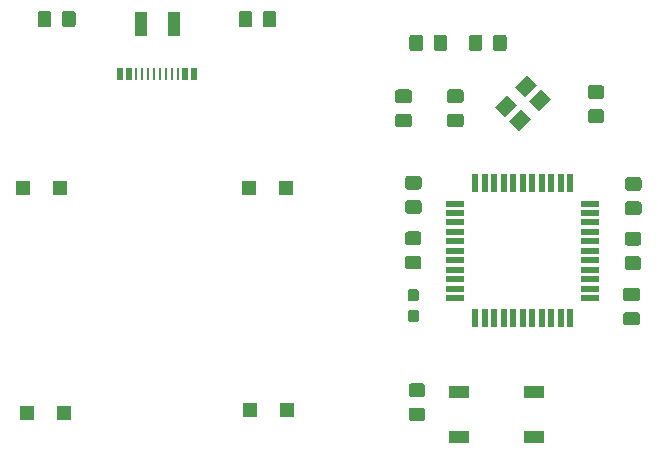
<source format=gbp>
G04 #@! TF.GenerationSoftware,KiCad,Pcbnew,(5.1.5)-3*
G04 #@! TF.CreationDate,2020-07-07T23:04:53+02:00*
G04 #@! TF.ProjectId,example,6578616d-706c-4652-9e6b-696361645f70,rev?*
G04 #@! TF.SameCoordinates,Original*
G04 #@! TF.FileFunction,Paste,Bot*
G04 #@! TF.FilePolarity,Positive*
%FSLAX46Y46*%
G04 Gerber Fmt 4.6, Leading zero omitted, Abs format (unit mm)*
G04 Created by KiCad (PCBNEW (5.1.5)-3) date 2020-07-07 23:04:53*
%MOMM*%
%LPD*%
G04 APERTURE LIST*
%ADD10R,1.700000X1.000000*%
%ADD11C,0.100000*%
%ADD12R,1.200000X1.200000*%
%ADD13R,1.500000X0.550000*%
%ADD14R,0.550000X1.500000*%
%ADD15R,0.520000X1.000000*%
%ADD16R,0.270000X1.000000*%
%ADD17R,1.000000X2.000000*%
G04 APERTURE END LIST*
D10*
X185100000Y-85400000D03*
X191400000Y-85400000D03*
X185100000Y-81600000D03*
X191400000Y-81600000D03*
D11*
G36*
X185226356Y-55949282D02*
G01*
X185250624Y-55952882D01*
X185274423Y-55958843D01*
X185297522Y-55967108D01*
X185319701Y-55977598D01*
X185340744Y-55990210D01*
X185360450Y-56004825D01*
X185378628Y-56021301D01*
X185395104Y-56039479D01*
X185409719Y-56059185D01*
X185422331Y-56080228D01*
X185432821Y-56102407D01*
X185441086Y-56125506D01*
X185447047Y-56149305D01*
X185450647Y-56173573D01*
X185451851Y-56198077D01*
X185451851Y-56848079D01*
X185450647Y-56872583D01*
X185447047Y-56896851D01*
X185441086Y-56920650D01*
X185432821Y-56943749D01*
X185422331Y-56965928D01*
X185409719Y-56986971D01*
X185395104Y-57006677D01*
X185378628Y-57024855D01*
X185360450Y-57041331D01*
X185340744Y-57055946D01*
X185319701Y-57068558D01*
X185297522Y-57079048D01*
X185274423Y-57087313D01*
X185250624Y-57093274D01*
X185226356Y-57096874D01*
X185201852Y-57098078D01*
X184301850Y-57098078D01*
X184277346Y-57096874D01*
X184253078Y-57093274D01*
X184229279Y-57087313D01*
X184206180Y-57079048D01*
X184184001Y-57068558D01*
X184162958Y-57055946D01*
X184143252Y-57041331D01*
X184125074Y-57024855D01*
X184108598Y-57006677D01*
X184093983Y-56986971D01*
X184081371Y-56965928D01*
X184070881Y-56943749D01*
X184062616Y-56920650D01*
X184056655Y-56896851D01*
X184053055Y-56872583D01*
X184051851Y-56848079D01*
X184051851Y-56198077D01*
X184053055Y-56173573D01*
X184056655Y-56149305D01*
X184062616Y-56125506D01*
X184070881Y-56102407D01*
X184081371Y-56080228D01*
X184093983Y-56059185D01*
X184108598Y-56039479D01*
X184125074Y-56021301D01*
X184143252Y-56004825D01*
X184162958Y-55990210D01*
X184184001Y-55977598D01*
X184206180Y-55967108D01*
X184229279Y-55958843D01*
X184253078Y-55952882D01*
X184277346Y-55949282D01*
X184301850Y-55948078D01*
X185201852Y-55948078D01*
X185226356Y-55949282D01*
G37*
G36*
X185226356Y-57999282D02*
G01*
X185250624Y-58002882D01*
X185274423Y-58008843D01*
X185297522Y-58017108D01*
X185319701Y-58027598D01*
X185340744Y-58040210D01*
X185360450Y-58054825D01*
X185378628Y-58071301D01*
X185395104Y-58089479D01*
X185409719Y-58109185D01*
X185422331Y-58130228D01*
X185432821Y-58152407D01*
X185441086Y-58175506D01*
X185447047Y-58199305D01*
X185450647Y-58223573D01*
X185451851Y-58248077D01*
X185451851Y-58898079D01*
X185450647Y-58922583D01*
X185447047Y-58946851D01*
X185441086Y-58970650D01*
X185432821Y-58993749D01*
X185422331Y-59015928D01*
X185409719Y-59036971D01*
X185395104Y-59056677D01*
X185378628Y-59074855D01*
X185360450Y-59091331D01*
X185340744Y-59105946D01*
X185319701Y-59118558D01*
X185297522Y-59129048D01*
X185274423Y-59137313D01*
X185250624Y-59143274D01*
X185226356Y-59146874D01*
X185201852Y-59148078D01*
X184301850Y-59148078D01*
X184277346Y-59146874D01*
X184253078Y-59143274D01*
X184229279Y-59137313D01*
X184206180Y-59129048D01*
X184184001Y-59118558D01*
X184162958Y-59105946D01*
X184143252Y-59091331D01*
X184125074Y-59074855D01*
X184108598Y-59056677D01*
X184093983Y-59036971D01*
X184081371Y-59015928D01*
X184070881Y-58993749D01*
X184062616Y-58970650D01*
X184056655Y-58946851D01*
X184053055Y-58922583D01*
X184051851Y-58898079D01*
X184051851Y-58248077D01*
X184053055Y-58223573D01*
X184056655Y-58199305D01*
X184062616Y-58175506D01*
X184070881Y-58152407D01*
X184081371Y-58130228D01*
X184093983Y-58109185D01*
X184108598Y-58089479D01*
X184125074Y-58071301D01*
X184143252Y-58054825D01*
X184162958Y-58040210D01*
X184184001Y-58027598D01*
X184206180Y-58017108D01*
X184229279Y-58008843D01*
X184253078Y-58002882D01*
X184277346Y-57999282D01*
X184301850Y-57998078D01*
X185201852Y-57998078D01*
X185226356Y-57999282D01*
G37*
G36*
X197126407Y-57648141D02*
G01*
X197150675Y-57651741D01*
X197174474Y-57657702D01*
X197197573Y-57665967D01*
X197219752Y-57676457D01*
X197240795Y-57689069D01*
X197260501Y-57703684D01*
X197278679Y-57720160D01*
X197295155Y-57738338D01*
X197309770Y-57758044D01*
X197322382Y-57779087D01*
X197332872Y-57801266D01*
X197341137Y-57824365D01*
X197347098Y-57848164D01*
X197350698Y-57872432D01*
X197351902Y-57896936D01*
X197351902Y-58546938D01*
X197350698Y-58571442D01*
X197347098Y-58595710D01*
X197341137Y-58619509D01*
X197332872Y-58642608D01*
X197322382Y-58664787D01*
X197309770Y-58685830D01*
X197295155Y-58705536D01*
X197278679Y-58723714D01*
X197260501Y-58740190D01*
X197240795Y-58754805D01*
X197219752Y-58767417D01*
X197197573Y-58777907D01*
X197174474Y-58786172D01*
X197150675Y-58792133D01*
X197126407Y-58795733D01*
X197101903Y-58796937D01*
X196201901Y-58796937D01*
X196177397Y-58795733D01*
X196153129Y-58792133D01*
X196129330Y-58786172D01*
X196106231Y-58777907D01*
X196084052Y-58767417D01*
X196063009Y-58754805D01*
X196043303Y-58740190D01*
X196025125Y-58723714D01*
X196008649Y-58705536D01*
X195994034Y-58685830D01*
X195981422Y-58664787D01*
X195970932Y-58642608D01*
X195962667Y-58619509D01*
X195956706Y-58595710D01*
X195953106Y-58571442D01*
X195951902Y-58546938D01*
X195951902Y-57896936D01*
X195953106Y-57872432D01*
X195956706Y-57848164D01*
X195962667Y-57824365D01*
X195970932Y-57801266D01*
X195981422Y-57779087D01*
X195994034Y-57758044D01*
X196008649Y-57738338D01*
X196025125Y-57720160D01*
X196043303Y-57703684D01*
X196063009Y-57689069D01*
X196084052Y-57676457D01*
X196106231Y-57665967D01*
X196129330Y-57657702D01*
X196153129Y-57651741D01*
X196177397Y-57648141D01*
X196201901Y-57646937D01*
X197101903Y-57646937D01*
X197126407Y-57648141D01*
G37*
G36*
X197126407Y-55598141D02*
G01*
X197150675Y-55601741D01*
X197174474Y-55607702D01*
X197197573Y-55615967D01*
X197219752Y-55626457D01*
X197240795Y-55639069D01*
X197260501Y-55653684D01*
X197278679Y-55670160D01*
X197295155Y-55688338D01*
X197309770Y-55708044D01*
X197322382Y-55729087D01*
X197332872Y-55751266D01*
X197341137Y-55774365D01*
X197347098Y-55798164D01*
X197350698Y-55822432D01*
X197351902Y-55846936D01*
X197351902Y-56496938D01*
X197350698Y-56521442D01*
X197347098Y-56545710D01*
X197341137Y-56569509D01*
X197332872Y-56592608D01*
X197322382Y-56614787D01*
X197309770Y-56635830D01*
X197295155Y-56655536D01*
X197278679Y-56673714D01*
X197260501Y-56690190D01*
X197240795Y-56704805D01*
X197219752Y-56717417D01*
X197197573Y-56727907D01*
X197174474Y-56736172D01*
X197150675Y-56742133D01*
X197126407Y-56745733D01*
X197101903Y-56746937D01*
X196201901Y-56746937D01*
X196177397Y-56745733D01*
X196153129Y-56742133D01*
X196129330Y-56736172D01*
X196106231Y-56727907D01*
X196084052Y-56717417D01*
X196063009Y-56704805D01*
X196043303Y-56690190D01*
X196025125Y-56673714D01*
X196008649Y-56655536D01*
X195994034Y-56635830D01*
X195981422Y-56614787D01*
X195970932Y-56592608D01*
X195962667Y-56569509D01*
X195956706Y-56545710D01*
X195953106Y-56521442D01*
X195951902Y-56496938D01*
X195951902Y-55846936D01*
X195953106Y-55822432D01*
X195956706Y-55798164D01*
X195962667Y-55774365D01*
X195970932Y-55751266D01*
X195981422Y-55729087D01*
X195994034Y-55708044D01*
X196008649Y-55688338D01*
X196025125Y-55670160D01*
X196043303Y-55653684D01*
X196063009Y-55639069D01*
X196084052Y-55626457D01*
X196106231Y-55615967D01*
X196129330Y-55607702D01*
X196153129Y-55601741D01*
X196177397Y-55598141D01*
X196201901Y-55596937D01*
X197101903Y-55596937D01*
X197126407Y-55598141D01*
G37*
G36*
X200141810Y-72731609D02*
G01*
X200166078Y-72735209D01*
X200189877Y-72741170D01*
X200212976Y-72749435D01*
X200235155Y-72759925D01*
X200256198Y-72772537D01*
X200275904Y-72787152D01*
X200294082Y-72803628D01*
X200310558Y-72821806D01*
X200325173Y-72841512D01*
X200337785Y-72862555D01*
X200348275Y-72884734D01*
X200356540Y-72907833D01*
X200362501Y-72931632D01*
X200366101Y-72955900D01*
X200367305Y-72980404D01*
X200367305Y-73630406D01*
X200366101Y-73654910D01*
X200362501Y-73679178D01*
X200356540Y-73702977D01*
X200348275Y-73726076D01*
X200337785Y-73748255D01*
X200325173Y-73769298D01*
X200310558Y-73789004D01*
X200294082Y-73807182D01*
X200275904Y-73823658D01*
X200256198Y-73838273D01*
X200235155Y-73850885D01*
X200212976Y-73861375D01*
X200189877Y-73869640D01*
X200166078Y-73875601D01*
X200141810Y-73879201D01*
X200117306Y-73880405D01*
X199217304Y-73880405D01*
X199192800Y-73879201D01*
X199168532Y-73875601D01*
X199144733Y-73869640D01*
X199121634Y-73861375D01*
X199099455Y-73850885D01*
X199078412Y-73838273D01*
X199058706Y-73823658D01*
X199040528Y-73807182D01*
X199024052Y-73789004D01*
X199009437Y-73769298D01*
X198996825Y-73748255D01*
X198986335Y-73726076D01*
X198978070Y-73702977D01*
X198972109Y-73679178D01*
X198968509Y-73654910D01*
X198967305Y-73630406D01*
X198967305Y-72980404D01*
X198968509Y-72955900D01*
X198972109Y-72931632D01*
X198978070Y-72907833D01*
X198986335Y-72884734D01*
X198996825Y-72862555D01*
X199009437Y-72841512D01*
X199024052Y-72821806D01*
X199040528Y-72803628D01*
X199058706Y-72787152D01*
X199078412Y-72772537D01*
X199099455Y-72759925D01*
X199121634Y-72749435D01*
X199144733Y-72741170D01*
X199168532Y-72735209D01*
X199192800Y-72731609D01*
X199217304Y-72730405D01*
X200117306Y-72730405D01*
X200141810Y-72731609D01*
G37*
G36*
X200141810Y-74781609D02*
G01*
X200166078Y-74785209D01*
X200189877Y-74791170D01*
X200212976Y-74799435D01*
X200235155Y-74809925D01*
X200256198Y-74822537D01*
X200275904Y-74837152D01*
X200294082Y-74853628D01*
X200310558Y-74871806D01*
X200325173Y-74891512D01*
X200337785Y-74912555D01*
X200348275Y-74934734D01*
X200356540Y-74957833D01*
X200362501Y-74981632D01*
X200366101Y-75005900D01*
X200367305Y-75030404D01*
X200367305Y-75680406D01*
X200366101Y-75704910D01*
X200362501Y-75729178D01*
X200356540Y-75752977D01*
X200348275Y-75776076D01*
X200337785Y-75798255D01*
X200325173Y-75819298D01*
X200310558Y-75839004D01*
X200294082Y-75857182D01*
X200275904Y-75873658D01*
X200256198Y-75888273D01*
X200235155Y-75900885D01*
X200212976Y-75911375D01*
X200189877Y-75919640D01*
X200166078Y-75925601D01*
X200141810Y-75929201D01*
X200117306Y-75930405D01*
X199217304Y-75930405D01*
X199192800Y-75929201D01*
X199168532Y-75925601D01*
X199144733Y-75919640D01*
X199121634Y-75911375D01*
X199099455Y-75900885D01*
X199078412Y-75888273D01*
X199058706Y-75873658D01*
X199040528Y-75857182D01*
X199024052Y-75839004D01*
X199009437Y-75819298D01*
X198996825Y-75798255D01*
X198986335Y-75776076D01*
X198978070Y-75752977D01*
X198972109Y-75729178D01*
X198968509Y-75704910D01*
X198967305Y-75680406D01*
X198967305Y-75030404D01*
X198968509Y-75005900D01*
X198972109Y-74981632D01*
X198978070Y-74957833D01*
X198986335Y-74934734D01*
X198996825Y-74912555D01*
X199009437Y-74891512D01*
X199024052Y-74871806D01*
X199040528Y-74853628D01*
X199058706Y-74837152D01*
X199078412Y-74822537D01*
X199099455Y-74809925D01*
X199121634Y-74799435D01*
X199144733Y-74791170D01*
X199168532Y-74785209D01*
X199192800Y-74781609D01*
X199217304Y-74780405D01*
X200117306Y-74780405D01*
X200141810Y-74781609D01*
G37*
G36*
X200290111Y-65424596D02*
G01*
X200314379Y-65428196D01*
X200338178Y-65434157D01*
X200361277Y-65442422D01*
X200383456Y-65452912D01*
X200404499Y-65465524D01*
X200424205Y-65480139D01*
X200442383Y-65496615D01*
X200458859Y-65514793D01*
X200473474Y-65534499D01*
X200486086Y-65555542D01*
X200496576Y-65577721D01*
X200504841Y-65600820D01*
X200510802Y-65624619D01*
X200514402Y-65648887D01*
X200515606Y-65673391D01*
X200515606Y-66323393D01*
X200514402Y-66347897D01*
X200510802Y-66372165D01*
X200504841Y-66395964D01*
X200496576Y-66419063D01*
X200486086Y-66441242D01*
X200473474Y-66462285D01*
X200458859Y-66481991D01*
X200442383Y-66500169D01*
X200424205Y-66516645D01*
X200404499Y-66531260D01*
X200383456Y-66543872D01*
X200361277Y-66554362D01*
X200338178Y-66562627D01*
X200314379Y-66568588D01*
X200290111Y-66572188D01*
X200265607Y-66573392D01*
X199365605Y-66573392D01*
X199341101Y-66572188D01*
X199316833Y-66568588D01*
X199293034Y-66562627D01*
X199269935Y-66554362D01*
X199247756Y-66543872D01*
X199226713Y-66531260D01*
X199207007Y-66516645D01*
X199188829Y-66500169D01*
X199172353Y-66481991D01*
X199157738Y-66462285D01*
X199145126Y-66441242D01*
X199134636Y-66419063D01*
X199126371Y-66395964D01*
X199120410Y-66372165D01*
X199116810Y-66347897D01*
X199115606Y-66323393D01*
X199115606Y-65673391D01*
X199116810Y-65648887D01*
X199120410Y-65624619D01*
X199126371Y-65600820D01*
X199134636Y-65577721D01*
X199145126Y-65555542D01*
X199157738Y-65534499D01*
X199172353Y-65514793D01*
X199188829Y-65496615D01*
X199207007Y-65480139D01*
X199226713Y-65465524D01*
X199247756Y-65452912D01*
X199269935Y-65442422D01*
X199293034Y-65434157D01*
X199316833Y-65428196D01*
X199341101Y-65424596D01*
X199365605Y-65423392D01*
X200265607Y-65423392D01*
X200290111Y-65424596D01*
G37*
G36*
X200290111Y-63374596D02*
G01*
X200314379Y-63378196D01*
X200338178Y-63384157D01*
X200361277Y-63392422D01*
X200383456Y-63402912D01*
X200404499Y-63415524D01*
X200424205Y-63430139D01*
X200442383Y-63446615D01*
X200458859Y-63464793D01*
X200473474Y-63484499D01*
X200486086Y-63505542D01*
X200496576Y-63527721D01*
X200504841Y-63550820D01*
X200510802Y-63574619D01*
X200514402Y-63598887D01*
X200515606Y-63623391D01*
X200515606Y-64273393D01*
X200514402Y-64297897D01*
X200510802Y-64322165D01*
X200504841Y-64345964D01*
X200496576Y-64369063D01*
X200486086Y-64391242D01*
X200473474Y-64412285D01*
X200458859Y-64431991D01*
X200442383Y-64450169D01*
X200424205Y-64466645D01*
X200404499Y-64481260D01*
X200383456Y-64493872D01*
X200361277Y-64504362D01*
X200338178Y-64512627D01*
X200314379Y-64518588D01*
X200290111Y-64522188D01*
X200265607Y-64523392D01*
X199365605Y-64523392D01*
X199341101Y-64522188D01*
X199316833Y-64518588D01*
X199293034Y-64512627D01*
X199269935Y-64504362D01*
X199247756Y-64493872D01*
X199226713Y-64481260D01*
X199207007Y-64466645D01*
X199188829Y-64450169D01*
X199172353Y-64431991D01*
X199157738Y-64412285D01*
X199145126Y-64391242D01*
X199134636Y-64369063D01*
X199126371Y-64345964D01*
X199120410Y-64322165D01*
X199116810Y-64297897D01*
X199115606Y-64273393D01*
X199115606Y-63623391D01*
X199116810Y-63598887D01*
X199120410Y-63574619D01*
X199126371Y-63550820D01*
X199134636Y-63527721D01*
X199145126Y-63505542D01*
X199157738Y-63484499D01*
X199172353Y-63464793D01*
X199188829Y-63446615D01*
X199207007Y-63430139D01*
X199226713Y-63415524D01*
X199247756Y-63402912D01*
X199269935Y-63392422D01*
X199293034Y-63384157D01*
X199316833Y-63378196D01*
X199341101Y-63374596D01*
X199365605Y-63373392D01*
X200265607Y-63373392D01*
X200290111Y-63374596D01*
G37*
G36*
X181667002Y-65327816D02*
G01*
X181691270Y-65331416D01*
X181715069Y-65337377D01*
X181738168Y-65345642D01*
X181760347Y-65356132D01*
X181781390Y-65368744D01*
X181801096Y-65383359D01*
X181819274Y-65399835D01*
X181835750Y-65418013D01*
X181850365Y-65437719D01*
X181862977Y-65458762D01*
X181873467Y-65480941D01*
X181881732Y-65504040D01*
X181887693Y-65527839D01*
X181891293Y-65552107D01*
X181892497Y-65576611D01*
X181892497Y-66226613D01*
X181891293Y-66251117D01*
X181887693Y-66275385D01*
X181881732Y-66299184D01*
X181873467Y-66322283D01*
X181862977Y-66344462D01*
X181850365Y-66365505D01*
X181835750Y-66385211D01*
X181819274Y-66403389D01*
X181801096Y-66419865D01*
X181781390Y-66434480D01*
X181760347Y-66447092D01*
X181738168Y-66457582D01*
X181715069Y-66465847D01*
X181691270Y-66471808D01*
X181667002Y-66475408D01*
X181642498Y-66476612D01*
X180742496Y-66476612D01*
X180717992Y-66475408D01*
X180693724Y-66471808D01*
X180669925Y-66465847D01*
X180646826Y-66457582D01*
X180624647Y-66447092D01*
X180603604Y-66434480D01*
X180583898Y-66419865D01*
X180565720Y-66403389D01*
X180549244Y-66385211D01*
X180534629Y-66365505D01*
X180522017Y-66344462D01*
X180511527Y-66322283D01*
X180503262Y-66299184D01*
X180497301Y-66275385D01*
X180493701Y-66251117D01*
X180492497Y-66226613D01*
X180492497Y-65576611D01*
X180493701Y-65552107D01*
X180497301Y-65527839D01*
X180503262Y-65504040D01*
X180511527Y-65480941D01*
X180522017Y-65458762D01*
X180534629Y-65437719D01*
X180549244Y-65418013D01*
X180565720Y-65399835D01*
X180583898Y-65383359D01*
X180603604Y-65368744D01*
X180624647Y-65356132D01*
X180646826Y-65345642D01*
X180669925Y-65337377D01*
X180693724Y-65331416D01*
X180717992Y-65327816D01*
X180742496Y-65326612D01*
X181642498Y-65326612D01*
X181667002Y-65327816D01*
G37*
G36*
X181667002Y-63277816D02*
G01*
X181691270Y-63281416D01*
X181715069Y-63287377D01*
X181738168Y-63295642D01*
X181760347Y-63306132D01*
X181781390Y-63318744D01*
X181801096Y-63333359D01*
X181819274Y-63349835D01*
X181835750Y-63368013D01*
X181850365Y-63387719D01*
X181862977Y-63408762D01*
X181873467Y-63430941D01*
X181881732Y-63454040D01*
X181887693Y-63477839D01*
X181891293Y-63502107D01*
X181892497Y-63526611D01*
X181892497Y-64176613D01*
X181891293Y-64201117D01*
X181887693Y-64225385D01*
X181881732Y-64249184D01*
X181873467Y-64272283D01*
X181862977Y-64294462D01*
X181850365Y-64315505D01*
X181835750Y-64335211D01*
X181819274Y-64353389D01*
X181801096Y-64369865D01*
X181781390Y-64384480D01*
X181760347Y-64397092D01*
X181738168Y-64407582D01*
X181715069Y-64415847D01*
X181691270Y-64421808D01*
X181667002Y-64425408D01*
X181642498Y-64426612D01*
X180742496Y-64426612D01*
X180717992Y-64425408D01*
X180693724Y-64421808D01*
X180669925Y-64415847D01*
X180646826Y-64407582D01*
X180624647Y-64397092D01*
X180603604Y-64384480D01*
X180583898Y-64369865D01*
X180565720Y-64353389D01*
X180549244Y-64335211D01*
X180534629Y-64315505D01*
X180522017Y-64294462D01*
X180511527Y-64272283D01*
X180503262Y-64249184D01*
X180497301Y-64225385D01*
X180493701Y-64201117D01*
X180492497Y-64176613D01*
X180492497Y-63526611D01*
X180493701Y-63502107D01*
X180497301Y-63477839D01*
X180503262Y-63454040D01*
X180511527Y-63430941D01*
X180522017Y-63408762D01*
X180534629Y-63387719D01*
X180549244Y-63368013D01*
X180565720Y-63349835D01*
X180583898Y-63333359D01*
X180603604Y-63318744D01*
X180624647Y-63306132D01*
X180646826Y-63295642D01*
X180669925Y-63287377D01*
X180693724Y-63281416D01*
X180717992Y-63277816D01*
X180742496Y-63276612D01*
X181642498Y-63276612D01*
X181667002Y-63277816D01*
G37*
G36*
X180836513Y-55955616D02*
G01*
X180860781Y-55959216D01*
X180884580Y-55965177D01*
X180907679Y-55973442D01*
X180929858Y-55983932D01*
X180950901Y-55996544D01*
X180970607Y-56011159D01*
X180988785Y-56027635D01*
X181005261Y-56045813D01*
X181019876Y-56065519D01*
X181032488Y-56086562D01*
X181042978Y-56108741D01*
X181051243Y-56131840D01*
X181057204Y-56155639D01*
X181060804Y-56179907D01*
X181062008Y-56204411D01*
X181062008Y-56854413D01*
X181060804Y-56878917D01*
X181057204Y-56903185D01*
X181051243Y-56926984D01*
X181042978Y-56950083D01*
X181032488Y-56972262D01*
X181019876Y-56993305D01*
X181005261Y-57013011D01*
X180988785Y-57031189D01*
X180970607Y-57047665D01*
X180950901Y-57062280D01*
X180929858Y-57074892D01*
X180907679Y-57085382D01*
X180884580Y-57093647D01*
X180860781Y-57099608D01*
X180836513Y-57103208D01*
X180812009Y-57104412D01*
X179912007Y-57104412D01*
X179887503Y-57103208D01*
X179863235Y-57099608D01*
X179839436Y-57093647D01*
X179816337Y-57085382D01*
X179794158Y-57074892D01*
X179773115Y-57062280D01*
X179753409Y-57047665D01*
X179735231Y-57031189D01*
X179718755Y-57013011D01*
X179704140Y-56993305D01*
X179691528Y-56972262D01*
X179681038Y-56950083D01*
X179672773Y-56926984D01*
X179666812Y-56903185D01*
X179663212Y-56878917D01*
X179662008Y-56854413D01*
X179662008Y-56204411D01*
X179663212Y-56179907D01*
X179666812Y-56155639D01*
X179672773Y-56131840D01*
X179681038Y-56108741D01*
X179691528Y-56086562D01*
X179704140Y-56065519D01*
X179718755Y-56045813D01*
X179735231Y-56027635D01*
X179753409Y-56011159D01*
X179773115Y-55996544D01*
X179794158Y-55983932D01*
X179816337Y-55973442D01*
X179839436Y-55965177D01*
X179863235Y-55959216D01*
X179887503Y-55955616D01*
X179912007Y-55954412D01*
X180812009Y-55954412D01*
X180836513Y-55955616D01*
G37*
G36*
X180836513Y-58005616D02*
G01*
X180860781Y-58009216D01*
X180884580Y-58015177D01*
X180907679Y-58023442D01*
X180929858Y-58033932D01*
X180950901Y-58046544D01*
X180970607Y-58061159D01*
X180988785Y-58077635D01*
X181005261Y-58095813D01*
X181019876Y-58115519D01*
X181032488Y-58136562D01*
X181042978Y-58158741D01*
X181051243Y-58181840D01*
X181057204Y-58205639D01*
X181060804Y-58229907D01*
X181062008Y-58254411D01*
X181062008Y-58904413D01*
X181060804Y-58928917D01*
X181057204Y-58953185D01*
X181051243Y-58976984D01*
X181042978Y-59000083D01*
X181032488Y-59022262D01*
X181019876Y-59043305D01*
X181005261Y-59063011D01*
X180988785Y-59081189D01*
X180970607Y-59097665D01*
X180950901Y-59112280D01*
X180929858Y-59124892D01*
X180907679Y-59135382D01*
X180884580Y-59143647D01*
X180860781Y-59149608D01*
X180836513Y-59153208D01*
X180812009Y-59154412D01*
X179912007Y-59154412D01*
X179887503Y-59153208D01*
X179863235Y-59149608D01*
X179839436Y-59143647D01*
X179816337Y-59135382D01*
X179794158Y-59124892D01*
X179773115Y-59112280D01*
X179753409Y-59097665D01*
X179735231Y-59081189D01*
X179718755Y-59063011D01*
X179704140Y-59043305D01*
X179691528Y-59022262D01*
X179681038Y-59000083D01*
X179672773Y-58976984D01*
X179666812Y-58953185D01*
X179663212Y-58928917D01*
X179662008Y-58904413D01*
X179662008Y-58254411D01*
X179663212Y-58229907D01*
X179666812Y-58205639D01*
X179672773Y-58181840D01*
X179681038Y-58158741D01*
X179691528Y-58136562D01*
X179704140Y-58115519D01*
X179718755Y-58095813D01*
X179735231Y-58077635D01*
X179753409Y-58061159D01*
X179773115Y-58046544D01*
X179794158Y-58033932D01*
X179816337Y-58023442D01*
X179839436Y-58015177D01*
X179863235Y-58009216D01*
X179887503Y-58005616D01*
X179912007Y-58004412D01*
X180812009Y-58004412D01*
X180836513Y-58005616D01*
G37*
G36*
X181652434Y-67977966D02*
G01*
X181676702Y-67981566D01*
X181700501Y-67987527D01*
X181723600Y-67995792D01*
X181745779Y-68006282D01*
X181766822Y-68018894D01*
X181786528Y-68033509D01*
X181804706Y-68049985D01*
X181821182Y-68068163D01*
X181835797Y-68087869D01*
X181848409Y-68108912D01*
X181858899Y-68131091D01*
X181867164Y-68154190D01*
X181873125Y-68177989D01*
X181876725Y-68202257D01*
X181877929Y-68226761D01*
X181877929Y-68876763D01*
X181876725Y-68901267D01*
X181873125Y-68925535D01*
X181867164Y-68949334D01*
X181858899Y-68972433D01*
X181848409Y-68994612D01*
X181835797Y-69015655D01*
X181821182Y-69035361D01*
X181804706Y-69053539D01*
X181786528Y-69070015D01*
X181766822Y-69084630D01*
X181745779Y-69097242D01*
X181723600Y-69107732D01*
X181700501Y-69115997D01*
X181676702Y-69121958D01*
X181652434Y-69125558D01*
X181627930Y-69126762D01*
X180727928Y-69126762D01*
X180703424Y-69125558D01*
X180679156Y-69121958D01*
X180655357Y-69115997D01*
X180632258Y-69107732D01*
X180610079Y-69097242D01*
X180589036Y-69084630D01*
X180569330Y-69070015D01*
X180551152Y-69053539D01*
X180534676Y-69035361D01*
X180520061Y-69015655D01*
X180507449Y-68994612D01*
X180496959Y-68972433D01*
X180488694Y-68949334D01*
X180482733Y-68925535D01*
X180479133Y-68901267D01*
X180477929Y-68876763D01*
X180477929Y-68226761D01*
X180479133Y-68202257D01*
X180482733Y-68177989D01*
X180488694Y-68154190D01*
X180496959Y-68131091D01*
X180507449Y-68108912D01*
X180520061Y-68087869D01*
X180534676Y-68068163D01*
X180551152Y-68049985D01*
X180569330Y-68033509D01*
X180589036Y-68018894D01*
X180610079Y-68006282D01*
X180632258Y-67995792D01*
X180655357Y-67987527D01*
X180679156Y-67981566D01*
X180703424Y-67977966D01*
X180727928Y-67976762D01*
X181627930Y-67976762D01*
X181652434Y-67977966D01*
G37*
G36*
X181652434Y-70027966D02*
G01*
X181676702Y-70031566D01*
X181700501Y-70037527D01*
X181723600Y-70045792D01*
X181745779Y-70056282D01*
X181766822Y-70068894D01*
X181786528Y-70083509D01*
X181804706Y-70099985D01*
X181821182Y-70118163D01*
X181835797Y-70137869D01*
X181848409Y-70158912D01*
X181858899Y-70181091D01*
X181867164Y-70204190D01*
X181873125Y-70227989D01*
X181876725Y-70252257D01*
X181877929Y-70276761D01*
X181877929Y-70926763D01*
X181876725Y-70951267D01*
X181873125Y-70975535D01*
X181867164Y-70999334D01*
X181858899Y-71022433D01*
X181848409Y-71044612D01*
X181835797Y-71065655D01*
X181821182Y-71085361D01*
X181804706Y-71103539D01*
X181786528Y-71120015D01*
X181766822Y-71134630D01*
X181745779Y-71147242D01*
X181723600Y-71157732D01*
X181700501Y-71165997D01*
X181676702Y-71171958D01*
X181652434Y-71175558D01*
X181627930Y-71176762D01*
X180727928Y-71176762D01*
X180703424Y-71175558D01*
X180679156Y-71171958D01*
X180655357Y-71165997D01*
X180632258Y-71157732D01*
X180610079Y-71147242D01*
X180589036Y-71134630D01*
X180569330Y-71120015D01*
X180551152Y-71103539D01*
X180534676Y-71085361D01*
X180520061Y-71065655D01*
X180507449Y-71044612D01*
X180496959Y-71022433D01*
X180488694Y-70999334D01*
X180482733Y-70975535D01*
X180479133Y-70951267D01*
X180477929Y-70926763D01*
X180477929Y-70276761D01*
X180479133Y-70252257D01*
X180482733Y-70227989D01*
X180488694Y-70204190D01*
X180496959Y-70181091D01*
X180507449Y-70158912D01*
X180520061Y-70137869D01*
X180534676Y-70118163D01*
X180551152Y-70099985D01*
X180569330Y-70083509D01*
X180589036Y-70068894D01*
X180610079Y-70056282D01*
X180632258Y-70045792D01*
X180655357Y-70037527D01*
X180679156Y-70031566D01*
X180703424Y-70027966D01*
X180727928Y-70026762D01*
X181627930Y-70026762D01*
X181652434Y-70027966D01*
G37*
D12*
X148125000Y-64293750D03*
X151275000Y-64293750D03*
X151593750Y-83343750D03*
X148443750Y-83343750D03*
X170433501Y-64334521D03*
X167283501Y-64334521D03*
X167359483Y-83113504D03*
X170509483Y-83113504D03*
D11*
G36*
X181965683Y-80831572D02*
G01*
X181989951Y-80835172D01*
X182013750Y-80841133D01*
X182036849Y-80849398D01*
X182059028Y-80859888D01*
X182080071Y-80872500D01*
X182099777Y-80887115D01*
X182117955Y-80903591D01*
X182134431Y-80921769D01*
X182149046Y-80941475D01*
X182161658Y-80962518D01*
X182172148Y-80984697D01*
X182180413Y-81007796D01*
X182186374Y-81031595D01*
X182189974Y-81055863D01*
X182191178Y-81080367D01*
X182191178Y-81730369D01*
X182189974Y-81754873D01*
X182186374Y-81779141D01*
X182180413Y-81802940D01*
X182172148Y-81826039D01*
X182161658Y-81848218D01*
X182149046Y-81869261D01*
X182134431Y-81888967D01*
X182117955Y-81907145D01*
X182099777Y-81923621D01*
X182080071Y-81938236D01*
X182059028Y-81950848D01*
X182036849Y-81961338D01*
X182013750Y-81969603D01*
X181989951Y-81975564D01*
X181965683Y-81979164D01*
X181941179Y-81980368D01*
X181041177Y-81980368D01*
X181016673Y-81979164D01*
X180992405Y-81975564D01*
X180968606Y-81969603D01*
X180945507Y-81961338D01*
X180923328Y-81950848D01*
X180902285Y-81938236D01*
X180882579Y-81923621D01*
X180864401Y-81907145D01*
X180847925Y-81888967D01*
X180833310Y-81869261D01*
X180820698Y-81848218D01*
X180810208Y-81826039D01*
X180801943Y-81802940D01*
X180795982Y-81779141D01*
X180792382Y-81754873D01*
X180791178Y-81730369D01*
X180791178Y-81080367D01*
X180792382Y-81055863D01*
X180795982Y-81031595D01*
X180801943Y-81007796D01*
X180810208Y-80984697D01*
X180820698Y-80962518D01*
X180833310Y-80941475D01*
X180847925Y-80921769D01*
X180864401Y-80903591D01*
X180882579Y-80887115D01*
X180902285Y-80872500D01*
X180923328Y-80859888D01*
X180945507Y-80849398D01*
X180968606Y-80841133D01*
X180992405Y-80835172D01*
X181016673Y-80831572D01*
X181041177Y-80830368D01*
X181941179Y-80830368D01*
X181965683Y-80831572D01*
G37*
G36*
X181965683Y-82881572D02*
G01*
X181989951Y-82885172D01*
X182013750Y-82891133D01*
X182036849Y-82899398D01*
X182059028Y-82909888D01*
X182080071Y-82922500D01*
X182099777Y-82937115D01*
X182117955Y-82953591D01*
X182134431Y-82971769D01*
X182149046Y-82991475D01*
X182161658Y-83012518D01*
X182172148Y-83034697D01*
X182180413Y-83057796D01*
X182186374Y-83081595D01*
X182189974Y-83105863D01*
X182191178Y-83130367D01*
X182191178Y-83780369D01*
X182189974Y-83804873D01*
X182186374Y-83829141D01*
X182180413Y-83852940D01*
X182172148Y-83876039D01*
X182161658Y-83898218D01*
X182149046Y-83919261D01*
X182134431Y-83938967D01*
X182117955Y-83957145D01*
X182099777Y-83973621D01*
X182080071Y-83988236D01*
X182059028Y-84000848D01*
X182036849Y-84011338D01*
X182013750Y-84019603D01*
X181989951Y-84025564D01*
X181965683Y-84029164D01*
X181941179Y-84030368D01*
X181041177Y-84030368D01*
X181016673Y-84029164D01*
X180992405Y-84025564D01*
X180968606Y-84019603D01*
X180945507Y-84011338D01*
X180923328Y-84000848D01*
X180902285Y-83988236D01*
X180882579Y-83973621D01*
X180864401Y-83957145D01*
X180847925Y-83938967D01*
X180833310Y-83919261D01*
X180820698Y-83898218D01*
X180810208Y-83876039D01*
X180801943Y-83852940D01*
X180795982Y-83829141D01*
X180792382Y-83804873D01*
X180791178Y-83780369D01*
X180791178Y-83130367D01*
X180792382Y-83105863D01*
X180795982Y-83081595D01*
X180801943Y-83057796D01*
X180810208Y-83034697D01*
X180820698Y-83012518D01*
X180833310Y-82991475D01*
X180847925Y-82971769D01*
X180864401Y-82953591D01*
X180882579Y-82937115D01*
X180902285Y-82922500D01*
X180923328Y-82909888D01*
X180945507Y-82899398D01*
X180968606Y-82891133D01*
X180992405Y-82885172D01*
X181016673Y-82881572D01*
X181041177Y-82880368D01*
X181941179Y-82880368D01*
X181965683Y-82881572D01*
G37*
G36*
X200256384Y-68021825D02*
G01*
X200280652Y-68025425D01*
X200304451Y-68031386D01*
X200327550Y-68039651D01*
X200349729Y-68050141D01*
X200370772Y-68062753D01*
X200390478Y-68077368D01*
X200408656Y-68093844D01*
X200425132Y-68112022D01*
X200439747Y-68131728D01*
X200452359Y-68152771D01*
X200462849Y-68174950D01*
X200471114Y-68198049D01*
X200477075Y-68221848D01*
X200480675Y-68246116D01*
X200481879Y-68270620D01*
X200481879Y-68920622D01*
X200480675Y-68945126D01*
X200477075Y-68969394D01*
X200471114Y-68993193D01*
X200462849Y-69016292D01*
X200452359Y-69038471D01*
X200439747Y-69059514D01*
X200425132Y-69079220D01*
X200408656Y-69097398D01*
X200390478Y-69113874D01*
X200370772Y-69128489D01*
X200349729Y-69141101D01*
X200327550Y-69151591D01*
X200304451Y-69159856D01*
X200280652Y-69165817D01*
X200256384Y-69169417D01*
X200231880Y-69170621D01*
X199331878Y-69170621D01*
X199307374Y-69169417D01*
X199283106Y-69165817D01*
X199259307Y-69159856D01*
X199236208Y-69151591D01*
X199214029Y-69141101D01*
X199192986Y-69128489D01*
X199173280Y-69113874D01*
X199155102Y-69097398D01*
X199138626Y-69079220D01*
X199124011Y-69059514D01*
X199111399Y-69038471D01*
X199100909Y-69016292D01*
X199092644Y-68993193D01*
X199086683Y-68969394D01*
X199083083Y-68945126D01*
X199081879Y-68920622D01*
X199081879Y-68270620D01*
X199083083Y-68246116D01*
X199086683Y-68221848D01*
X199092644Y-68198049D01*
X199100909Y-68174950D01*
X199111399Y-68152771D01*
X199124011Y-68131728D01*
X199138626Y-68112022D01*
X199155102Y-68093844D01*
X199173280Y-68077368D01*
X199192986Y-68062753D01*
X199214029Y-68050141D01*
X199236208Y-68039651D01*
X199259307Y-68031386D01*
X199283106Y-68025425D01*
X199307374Y-68021825D01*
X199331878Y-68020621D01*
X200231880Y-68020621D01*
X200256384Y-68021825D01*
G37*
G36*
X200256384Y-70071825D02*
G01*
X200280652Y-70075425D01*
X200304451Y-70081386D01*
X200327550Y-70089651D01*
X200349729Y-70100141D01*
X200370772Y-70112753D01*
X200390478Y-70127368D01*
X200408656Y-70143844D01*
X200425132Y-70162022D01*
X200439747Y-70181728D01*
X200452359Y-70202771D01*
X200462849Y-70224950D01*
X200471114Y-70248049D01*
X200477075Y-70271848D01*
X200480675Y-70296116D01*
X200481879Y-70320620D01*
X200481879Y-70970622D01*
X200480675Y-70995126D01*
X200477075Y-71019394D01*
X200471114Y-71043193D01*
X200462849Y-71066292D01*
X200452359Y-71088471D01*
X200439747Y-71109514D01*
X200425132Y-71129220D01*
X200408656Y-71147398D01*
X200390478Y-71163874D01*
X200370772Y-71178489D01*
X200349729Y-71191101D01*
X200327550Y-71201591D01*
X200304451Y-71209856D01*
X200280652Y-71215817D01*
X200256384Y-71219417D01*
X200231880Y-71220621D01*
X199331878Y-71220621D01*
X199307374Y-71219417D01*
X199283106Y-71215817D01*
X199259307Y-71209856D01*
X199236208Y-71201591D01*
X199214029Y-71191101D01*
X199192986Y-71178489D01*
X199173280Y-71163874D01*
X199155102Y-71147398D01*
X199138626Y-71129220D01*
X199124011Y-71109514D01*
X199111399Y-71088471D01*
X199100909Y-71066292D01*
X199092644Y-71043193D01*
X199086683Y-71019394D01*
X199083083Y-70995126D01*
X199081879Y-70970622D01*
X199081879Y-70320620D01*
X199083083Y-70296116D01*
X199086683Y-70271848D01*
X199092644Y-70248049D01*
X199100909Y-70224950D01*
X199111399Y-70202771D01*
X199124011Y-70181728D01*
X199138626Y-70162022D01*
X199155102Y-70143844D01*
X199173280Y-70127368D01*
X199192986Y-70112753D01*
X199214029Y-70100141D01*
X199236208Y-70089651D01*
X199259307Y-70081386D01*
X199283106Y-70075425D01*
X199307374Y-70071825D01*
X199331878Y-70070621D01*
X200231880Y-70070621D01*
X200256384Y-70071825D01*
G37*
G36*
X181784347Y-51306118D02*
G01*
X181808615Y-51309718D01*
X181832414Y-51315679D01*
X181855513Y-51323944D01*
X181877692Y-51334434D01*
X181898735Y-51347046D01*
X181918441Y-51361661D01*
X181936619Y-51378137D01*
X181953095Y-51396315D01*
X181967710Y-51416021D01*
X181980322Y-51437064D01*
X181990812Y-51459243D01*
X181999077Y-51482342D01*
X182005038Y-51506141D01*
X182008638Y-51530409D01*
X182009842Y-51554913D01*
X182009842Y-52454915D01*
X182008638Y-52479419D01*
X182005038Y-52503687D01*
X181999077Y-52527486D01*
X181990812Y-52550585D01*
X181980322Y-52572764D01*
X181967710Y-52593807D01*
X181953095Y-52613513D01*
X181936619Y-52631691D01*
X181918441Y-52648167D01*
X181898735Y-52662782D01*
X181877692Y-52675394D01*
X181855513Y-52685884D01*
X181832414Y-52694149D01*
X181808615Y-52700110D01*
X181784347Y-52703710D01*
X181759843Y-52704914D01*
X181109841Y-52704914D01*
X181085337Y-52703710D01*
X181061069Y-52700110D01*
X181037270Y-52694149D01*
X181014171Y-52685884D01*
X180991992Y-52675394D01*
X180970949Y-52662782D01*
X180951243Y-52648167D01*
X180933065Y-52631691D01*
X180916589Y-52613513D01*
X180901974Y-52593807D01*
X180889362Y-52572764D01*
X180878872Y-52550585D01*
X180870607Y-52527486D01*
X180864646Y-52503687D01*
X180861046Y-52479419D01*
X180859842Y-52454915D01*
X180859842Y-51554913D01*
X180861046Y-51530409D01*
X180864646Y-51506141D01*
X180870607Y-51482342D01*
X180878872Y-51459243D01*
X180889362Y-51437064D01*
X180901974Y-51416021D01*
X180916589Y-51396315D01*
X180933065Y-51378137D01*
X180951243Y-51361661D01*
X180970949Y-51347046D01*
X180991992Y-51334434D01*
X181014171Y-51323944D01*
X181037270Y-51315679D01*
X181061069Y-51309718D01*
X181085337Y-51306118D01*
X181109841Y-51304914D01*
X181759843Y-51304914D01*
X181784347Y-51306118D01*
G37*
G36*
X183834347Y-51306118D02*
G01*
X183858615Y-51309718D01*
X183882414Y-51315679D01*
X183905513Y-51323944D01*
X183927692Y-51334434D01*
X183948735Y-51347046D01*
X183968441Y-51361661D01*
X183986619Y-51378137D01*
X184003095Y-51396315D01*
X184017710Y-51416021D01*
X184030322Y-51437064D01*
X184040812Y-51459243D01*
X184049077Y-51482342D01*
X184055038Y-51506141D01*
X184058638Y-51530409D01*
X184059842Y-51554913D01*
X184059842Y-52454915D01*
X184058638Y-52479419D01*
X184055038Y-52503687D01*
X184049077Y-52527486D01*
X184040812Y-52550585D01*
X184030322Y-52572764D01*
X184017710Y-52593807D01*
X184003095Y-52613513D01*
X183986619Y-52631691D01*
X183968441Y-52648167D01*
X183948735Y-52662782D01*
X183927692Y-52675394D01*
X183905513Y-52685884D01*
X183882414Y-52694149D01*
X183858615Y-52700110D01*
X183834347Y-52703710D01*
X183809843Y-52704914D01*
X183159841Y-52704914D01*
X183135337Y-52703710D01*
X183111069Y-52700110D01*
X183087270Y-52694149D01*
X183064171Y-52685884D01*
X183041992Y-52675394D01*
X183020949Y-52662782D01*
X183001243Y-52648167D01*
X182983065Y-52631691D01*
X182966589Y-52613513D01*
X182951974Y-52593807D01*
X182939362Y-52572764D01*
X182928872Y-52550585D01*
X182920607Y-52527486D01*
X182914646Y-52503687D01*
X182911046Y-52479419D01*
X182909842Y-52454915D01*
X182909842Y-51554913D01*
X182911046Y-51530409D01*
X182914646Y-51506141D01*
X182920607Y-51482342D01*
X182928872Y-51459243D01*
X182939362Y-51437064D01*
X182951974Y-51416021D01*
X182966589Y-51396315D01*
X182983065Y-51378137D01*
X183001243Y-51361661D01*
X183020949Y-51347046D01*
X183041992Y-51334434D01*
X183064171Y-51323944D01*
X183087270Y-51315679D01*
X183111069Y-51309718D01*
X183135337Y-51306118D01*
X183159841Y-51304914D01*
X183809843Y-51304914D01*
X183834347Y-51306118D01*
G37*
G36*
X186824505Y-51301204D02*
G01*
X186848773Y-51304804D01*
X186872572Y-51310765D01*
X186895671Y-51319030D01*
X186917850Y-51329520D01*
X186938893Y-51342132D01*
X186958599Y-51356747D01*
X186976777Y-51373223D01*
X186993253Y-51391401D01*
X187007868Y-51411107D01*
X187020480Y-51432150D01*
X187030970Y-51454329D01*
X187039235Y-51477428D01*
X187045196Y-51501227D01*
X187048796Y-51525495D01*
X187050000Y-51549999D01*
X187050000Y-52450001D01*
X187048796Y-52474505D01*
X187045196Y-52498773D01*
X187039235Y-52522572D01*
X187030970Y-52545671D01*
X187020480Y-52567850D01*
X187007868Y-52588893D01*
X186993253Y-52608599D01*
X186976777Y-52626777D01*
X186958599Y-52643253D01*
X186938893Y-52657868D01*
X186917850Y-52670480D01*
X186895671Y-52680970D01*
X186872572Y-52689235D01*
X186848773Y-52695196D01*
X186824505Y-52698796D01*
X186800001Y-52700000D01*
X186149999Y-52700000D01*
X186125495Y-52698796D01*
X186101227Y-52695196D01*
X186077428Y-52689235D01*
X186054329Y-52680970D01*
X186032150Y-52670480D01*
X186011107Y-52657868D01*
X185991401Y-52643253D01*
X185973223Y-52626777D01*
X185956747Y-52608599D01*
X185942132Y-52588893D01*
X185929520Y-52567850D01*
X185919030Y-52545671D01*
X185910765Y-52522572D01*
X185904804Y-52498773D01*
X185901204Y-52474505D01*
X185900000Y-52450001D01*
X185900000Y-51549999D01*
X185901204Y-51525495D01*
X185904804Y-51501227D01*
X185910765Y-51477428D01*
X185919030Y-51454329D01*
X185929520Y-51432150D01*
X185942132Y-51411107D01*
X185956747Y-51391401D01*
X185973223Y-51373223D01*
X185991401Y-51356747D01*
X186011107Y-51342132D01*
X186032150Y-51329520D01*
X186054329Y-51319030D01*
X186077428Y-51310765D01*
X186101227Y-51304804D01*
X186125495Y-51301204D01*
X186149999Y-51300000D01*
X186800001Y-51300000D01*
X186824505Y-51301204D01*
G37*
G36*
X188874505Y-51301204D02*
G01*
X188898773Y-51304804D01*
X188922572Y-51310765D01*
X188945671Y-51319030D01*
X188967850Y-51329520D01*
X188988893Y-51342132D01*
X189008599Y-51356747D01*
X189026777Y-51373223D01*
X189043253Y-51391401D01*
X189057868Y-51411107D01*
X189070480Y-51432150D01*
X189080970Y-51454329D01*
X189089235Y-51477428D01*
X189095196Y-51501227D01*
X189098796Y-51525495D01*
X189100000Y-51549999D01*
X189100000Y-52450001D01*
X189098796Y-52474505D01*
X189095196Y-52498773D01*
X189089235Y-52522572D01*
X189080970Y-52545671D01*
X189070480Y-52567850D01*
X189057868Y-52588893D01*
X189043253Y-52608599D01*
X189026777Y-52626777D01*
X189008599Y-52643253D01*
X188988893Y-52657868D01*
X188967850Y-52670480D01*
X188945671Y-52680970D01*
X188922572Y-52689235D01*
X188898773Y-52695196D01*
X188874505Y-52698796D01*
X188850001Y-52700000D01*
X188199999Y-52700000D01*
X188175495Y-52698796D01*
X188151227Y-52695196D01*
X188127428Y-52689235D01*
X188104329Y-52680970D01*
X188082150Y-52670480D01*
X188061107Y-52657868D01*
X188041401Y-52643253D01*
X188023223Y-52626777D01*
X188006747Y-52608599D01*
X187992132Y-52588893D01*
X187979520Y-52567850D01*
X187969030Y-52545671D01*
X187960765Y-52522572D01*
X187954804Y-52498773D01*
X187951204Y-52474505D01*
X187950000Y-52450001D01*
X187950000Y-51549999D01*
X187951204Y-51525495D01*
X187954804Y-51501227D01*
X187960765Y-51477428D01*
X187969030Y-51454329D01*
X187979520Y-51432150D01*
X187992132Y-51411107D01*
X188006747Y-51391401D01*
X188023223Y-51373223D01*
X188041401Y-51356747D01*
X188061107Y-51342132D01*
X188082150Y-51329520D01*
X188104329Y-51319030D01*
X188127428Y-51310765D01*
X188151227Y-51304804D01*
X188175495Y-51301204D01*
X188199999Y-51300000D01*
X188850001Y-51300000D01*
X188874505Y-51301204D01*
G37*
D13*
X184757273Y-73608954D03*
X184757273Y-72808954D03*
X184757273Y-72008954D03*
X184757273Y-71208954D03*
X184757273Y-70408954D03*
X184757273Y-69608954D03*
X184757273Y-68808954D03*
X184757273Y-68008954D03*
X184757273Y-67208954D03*
X184757273Y-66408954D03*
X184757273Y-65608954D03*
D14*
X186457273Y-63908954D03*
X187257273Y-63908954D03*
X188057273Y-63908954D03*
X188857273Y-63908954D03*
X189657273Y-63908954D03*
X190457273Y-63908954D03*
X191257273Y-63908954D03*
X192057273Y-63908954D03*
X192857273Y-63908954D03*
X193657273Y-63908954D03*
X194457273Y-63908954D03*
D13*
X196157273Y-65608954D03*
X196157273Y-66408954D03*
X196157273Y-67208954D03*
X196157273Y-68008954D03*
X196157273Y-68808954D03*
X196157273Y-69608954D03*
X196157273Y-70408954D03*
X196157273Y-71208954D03*
X196157273Y-72008954D03*
X196157273Y-72808954D03*
X196157273Y-73608954D03*
D14*
X194457273Y-75308954D03*
X193657273Y-75308954D03*
X192857273Y-75308954D03*
X192057273Y-75308954D03*
X191257273Y-75308954D03*
X190457273Y-75308954D03*
X189657273Y-75308954D03*
X188857273Y-75308954D03*
X188057273Y-75308954D03*
X187257273Y-75308954D03*
X186457273Y-75308954D03*
D11*
G36*
X190156043Y-59475736D02*
G01*
X189307515Y-58627208D01*
X190297465Y-57637258D01*
X191145993Y-58485786D01*
X190156043Y-59475736D01*
G37*
G36*
X191853099Y-57778680D02*
G01*
X191004571Y-56930152D01*
X191994521Y-55940202D01*
X192843049Y-56788730D01*
X191853099Y-57778680D01*
G37*
G36*
X188953961Y-58273654D02*
G01*
X188105433Y-57425126D01*
X189095383Y-56435176D01*
X189943911Y-57283704D01*
X188953961Y-58273654D01*
G37*
G36*
X190651017Y-56576598D02*
G01*
X189802489Y-55728070D01*
X190792439Y-54738120D01*
X191640967Y-55586648D01*
X190651017Y-56576598D01*
G37*
G36*
X181437713Y-74600805D02*
G01*
X181460768Y-74604224D01*
X181483377Y-74609888D01*
X181505321Y-74617740D01*
X181526391Y-74627705D01*
X181546382Y-74639687D01*
X181565102Y-74653571D01*
X181582372Y-74669223D01*
X181598024Y-74686493D01*
X181611908Y-74705213D01*
X181623890Y-74725204D01*
X181633855Y-74746274D01*
X181641707Y-74768218D01*
X181647371Y-74790827D01*
X181650790Y-74813882D01*
X181651934Y-74837161D01*
X181651934Y-75412161D01*
X181650790Y-75435440D01*
X181647371Y-75458495D01*
X181641707Y-75481104D01*
X181633855Y-75503048D01*
X181623890Y-75524118D01*
X181611908Y-75544109D01*
X181598024Y-75562829D01*
X181582372Y-75580099D01*
X181565102Y-75595751D01*
X181546382Y-75609635D01*
X181526391Y-75621617D01*
X181505321Y-75631582D01*
X181483377Y-75639434D01*
X181460768Y-75645098D01*
X181437713Y-75648517D01*
X181414434Y-75649661D01*
X180939434Y-75649661D01*
X180916155Y-75648517D01*
X180893100Y-75645098D01*
X180870491Y-75639434D01*
X180848547Y-75631582D01*
X180827477Y-75621617D01*
X180807486Y-75609635D01*
X180788766Y-75595751D01*
X180771496Y-75580099D01*
X180755844Y-75562829D01*
X180741960Y-75544109D01*
X180729978Y-75524118D01*
X180720013Y-75503048D01*
X180712161Y-75481104D01*
X180706497Y-75458495D01*
X180703078Y-75435440D01*
X180701934Y-75412161D01*
X180701934Y-74837161D01*
X180703078Y-74813882D01*
X180706497Y-74790827D01*
X180712161Y-74768218D01*
X180720013Y-74746274D01*
X180729978Y-74725204D01*
X180741960Y-74705213D01*
X180755844Y-74686493D01*
X180771496Y-74669223D01*
X180788766Y-74653571D01*
X180807486Y-74639687D01*
X180827477Y-74627705D01*
X180848547Y-74617740D01*
X180870491Y-74609888D01*
X180893100Y-74604224D01*
X180916155Y-74600805D01*
X180939434Y-74599661D01*
X181414434Y-74599661D01*
X181437713Y-74600805D01*
G37*
G36*
X181437713Y-72850805D02*
G01*
X181460768Y-72854224D01*
X181483377Y-72859888D01*
X181505321Y-72867740D01*
X181526391Y-72877705D01*
X181546382Y-72889687D01*
X181565102Y-72903571D01*
X181582372Y-72919223D01*
X181598024Y-72936493D01*
X181611908Y-72955213D01*
X181623890Y-72975204D01*
X181633855Y-72996274D01*
X181641707Y-73018218D01*
X181647371Y-73040827D01*
X181650790Y-73063882D01*
X181651934Y-73087161D01*
X181651934Y-73662161D01*
X181650790Y-73685440D01*
X181647371Y-73708495D01*
X181641707Y-73731104D01*
X181633855Y-73753048D01*
X181623890Y-73774118D01*
X181611908Y-73794109D01*
X181598024Y-73812829D01*
X181582372Y-73830099D01*
X181565102Y-73845751D01*
X181546382Y-73859635D01*
X181526391Y-73871617D01*
X181505321Y-73881582D01*
X181483377Y-73889434D01*
X181460768Y-73895098D01*
X181437713Y-73898517D01*
X181414434Y-73899661D01*
X180939434Y-73899661D01*
X180916155Y-73898517D01*
X180893100Y-73895098D01*
X180870491Y-73889434D01*
X180848547Y-73881582D01*
X180827477Y-73871617D01*
X180807486Y-73859635D01*
X180788766Y-73845751D01*
X180771496Y-73830099D01*
X180755844Y-73812829D01*
X180741960Y-73794109D01*
X180729978Y-73774118D01*
X180720013Y-73753048D01*
X180712161Y-73731104D01*
X180706497Y-73708495D01*
X180703078Y-73685440D01*
X180701934Y-73662161D01*
X180701934Y-73087161D01*
X180703078Y-73063882D01*
X180706497Y-73040827D01*
X180712161Y-73018218D01*
X180720013Y-72996274D01*
X180729978Y-72975204D01*
X180741960Y-72955213D01*
X180755844Y-72936493D01*
X180771496Y-72919223D01*
X180788766Y-72903571D01*
X180807486Y-72889687D01*
X180827477Y-72877705D01*
X180848547Y-72867740D01*
X180870491Y-72859888D01*
X180893100Y-72854224D01*
X180916155Y-72850805D01*
X180939434Y-72849661D01*
X181414434Y-72849661D01*
X181437713Y-72850805D01*
G37*
D15*
X162600000Y-54612500D03*
X161850000Y-54612500D03*
X157150000Y-54612500D03*
X156400000Y-54612500D03*
X156400000Y-54612500D03*
X157150000Y-54612500D03*
X161850000Y-54612500D03*
X162600000Y-54612500D03*
D16*
X157750000Y-54612500D03*
X158250000Y-54612500D03*
X158750000Y-54612500D03*
X159750000Y-54612500D03*
X160250000Y-54612500D03*
X160750000Y-54612500D03*
X161250000Y-54612500D03*
X159250000Y-54612500D03*
D17*
X160900000Y-50412500D03*
X158100000Y-50412500D03*
D11*
G36*
X152374505Y-49301204D02*
G01*
X152398773Y-49304804D01*
X152422572Y-49310765D01*
X152445671Y-49319030D01*
X152467850Y-49329520D01*
X152488893Y-49342132D01*
X152508599Y-49356747D01*
X152526777Y-49373223D01*
X152543253Y-49391401D01*
X152557868Y-49411107D01*
X152570480Y-49432150D01*
X152580970Y-49454329D01*
X152589235Y-49477428D01*
X152595196Y-49501227D01*
X152598796Y-49525495D01*
X152600000Y-49549999D01*
X152600000Y-50450001D01*
X152598796Y-50474505D01*
X152595196Y-50498773D01*
X152589235Y-50522572D01*
X152580970Y-50545671D01*
X152570480Y-50567850D01*
X152557868Y-50588893D01*
X152543253Y-50608599D01*
X152526777Y-50626777D01*
X152508599Y-50643253D01*
X152488893Y-50657868D01*
X152467850Y-50670480D01*
X152445671Y-50680970D01*
X152422572Y-50689235D01*
X152398773Y-50695196D01*
X152374505Y-50698796D01*
X152350001Y-50700000D01*
X151699999Y-50700000D01*
X151675495Y-50698796D01*
X151651227Y-50695196D01*
X151627428Y-50689235D01*
X151604329Y-50680970D01*
X151582150Y-50670480D01*
X151561107Y-50657868D01*
X151541401Y-50643253D01*
X151523223Y-50626777D01*
X151506747Y-50608599D01*
X151492132Y-50588893D01*
X151479520Y-50567850D01*
X151469030Y-50545671D01*
X151460765Y-50522572D01*
X151454804Y-50498773D01*
X151451204Y-50474505D01*
X151450000Y-50450001D01*
X151450000Y-49549999D01*
X151451204Y-49525495D01*
X151454804Y-49501227D01*
X151460765Y-49477428D01*
X151469030Y-49454329D01*
X151479520Y-49432150D01*
X151492132Y-49411107D01*
X151506747Y-49391401D01*
X151523223Y-49373223D01*
X151541401Y-49356747D01*
X151561107Y-49342132D01*
X151582150Y-49329520D01*
X151604329Y-49319030D01*
X151627428Y-49310765D01*
X151651227Y-49304804D01*
X151675495Y-49301204D01*
X151699999Y-49300000D01*
X152350001Y-49300000D01*
X152374505Y-49301204D01*
G37*
G36*
X150324505Y-49301204D02*
G01*
X150348773Y-49304804D01*
X150372572Y-49310765D01*
X150395671Y-49319030D01*
X150417850Y-49329520D01*
X150438893Y-49342132D01*
X150458599Y-49356747D01*
X150476777Y-49373223D01*
X150493253Y-49391401D01*
X150507868Y-49411107D01*
X150520480Y-49432150D01*
X150530970Y-49454329D01*
X150539235Y-49477428D01*
X150545196Y-49501227D01*
X150548796Y-49525495D01*
X150550000Y-49549999D01*
X150550000Y-50450001D01*
X150548796Y-50474505D01*
X150545196Y-50498773D01*
X150539235Y-50522572D01*
X150530970Y-50545671D01*
X150520480Y-50567850D01*
X150507868Y-50588893D01*
X150493253Y-50608599D01*
X150476777Y-50626777D01*
X150458599Y-50643253D01*
X150438893Y-50657868D01*
X150417850Y-50670480D01*
X150395671Y-50680970D01*
X150372572Y-50689235D01*
X150348773Y-50695196D01*
X150324505Y-50698796D01*
X150300001Y-50700000D01*
X149649999Y-50700000D01*
X149625495Y-50698796D01*
X149601227Y-50695196D01*
X149577428Y-50689235D01*
X149554329Y-50680970D01*
X149532150Y-50670480D01*
X149511107Y-50657868D01*
X149491401Y-50643253D01*
X149473223Y-50626777D01*
X149456747Y-50608599D01*
X149442132Y-50588893D01*
X149429520Y-50567850D01*
X149419030Y-50545671D01*
X149410765Y-50522572D01*
X149404804Y-50498773D01*
X149401204Y-50474505D01*
X149400000Y-50450001D01*
X149400000Y-49549999D01*
X149401204Y-49525495D01*
X149404804Y-49501227D01*
X149410765Y-49477428D01*
X149419030Y-49454329D01*
X149429520Y-49432150D01*
X149442132Y-49411107D01*
X149456747Y-49391401D01*
X149473223Y-49373223D01*
X149491401Y-49356747D01*
X149511107Y-49342132D01*
X149532150Y-49329520D01*
X149554329Y-49319030D01*
X149577428Y-49310765D01*
X149601227Y-49304804D01*
X149625495Y-49301204D01*
X149649999Y-49300000D01*
X150300001Y-49300000D01*
X150324505Y-49301204D01*
G37*
G36*
X169374505Y-49301204D02*
G01*
X169398773Y-49304804D01*
X169422572Y-49310765D01*
X169445671Y-49319030D01*
X169467850Y-49329520D01*
X169488893Y-49342132D01*
X169508599Y-49356747D01*
X169526777Y-49373223D01*
X169543253Y-49391401D01*
X169557868Y-49411107D01*
X169570480Y-49432150D01*
X169580970Y-49454329D01*
X169589235Y-49477428D01*
X169595196Y-49501227D01*
X169598796Y-49525495D01*
X169600000Y-49549999D01*
X169600000Y-50450001D01*
X169598796Y-50474505D01*
X169595196Y-50498773D01*
X169589235Y-50522572D01*
X169580970Y-50545671D01*
X169570480Y-50567850D01*
X169557868Y-50588893D01*
X169543253Y-50608599D01*
X169526777Y-50626777D01*
X169508599Y-50643253D01*
X169488893Y-50657868D01*
X169467850Y-50670480D01*
X169445671Y-50680970D01*
X169422572Y-50689235D01*
X169398773Y-50695196D01*
X169374505Y-50698796D01*
X169350001Y-50700000D01*
X168699999Y-50700000D01*
X168675495Y-50698796D01*
X168651227Y-50695196D01*
X168627428Y-50689235D01*
X168604329Y-50680970D01*
X168582150Y-50670480D01*
X168561107Y-50657868D01*
X168541401Y-50643253D01*
X168523223Y-50626777D01*
X168506747Y-50608599D01*
X168492132Y-50588893D01*
X168479520Y-50567850D01*
X168469030Y-50545671D01*
X168460765Y-50522572D01*
X168454804Y-50498773D01*
X168451204Y-50474505D01*
X168450000Y-50450001D01*
X168450000Y-49549999D01*
X168451204Y-49525495D01*
X168454804Y-49501227D01*
X168460765Y-49477428D01*
X168469030Y-49454329D01*
X168479520Y-49432150D01*
X168492132Y-49411107D01*
X168506747Y-49391401D01*
X168523223Y-49373223D01*
X168541401Y-49356747D01*
X168561107Y-49342132D01*
X168582150Y-49329520D01*
X168604329Y-49319030D01*
X168627428Y-49310765D01*
X168651227Y-49304804D01*
X168675495Y-49301204D01*
X168699999Y-49300000D01*
X169350001Y-49300000D01*
X169374505Y-49301204D01*
G37*
G36*
X167324505Y-49301204D02*
G01*
X167348773Y-49304804D01*
X167372572Y-49310765D01*
X167395671Y-49319030D01*
X167417850Y-49329520D01*
X167438893Y-49342132D01*
X167458599Y-49356747D01*
X167476777Y-49373223D01*
X167493253Y-49391401D01*
X167507868Y-49411107D01*
X167520480Y-49432150D01*
X167530970Y-49454329D01*
X167539235Y-49477428D01*
X167545196Y-49501227D01*
X167548796Y-49525495D01*
X167550000Y-49549999D01*
X167550000Y-50450001D01*
X167548796Y-50474505D01*
X167545196Y-50498773D01*
X167539235Y-50522572D01*
X167530970Y-50545671D01*
X167520480Y-50567850D01*
X167507868Y-50588893D01*
X167493253Y-50608599D01*
X167476777Y-50626777D01*
X167458599Y-50643253D01*
X167438893Y-50657868D01*
X167417850Y-50670480D01*
X167395671Y-50680970D01*
X167372572Y-50689235D01*
X167348773Y-50695196D01*
X167324505Y-50698796D01*
X167300001Y-50700000D01*
X166649999Y-50700000D01*
X166625495Y-50698796D01*
X166601227Y-50695196D01*
X166577428Y-50689235D01*
X166554329Y-50680970D01*
X166532150Y-50670480D01*
X166511107Y-50657868D01*
X166491401Y-50643253D01*
X166473223Y-50626777D01*
X166456747Y-50608599D01*
X166442132Y-50588893D01*
X166429520Y-50567850D01*
X166419030Y-50545671D01*
X166410765Y-50522572D01*
X166404804Y-50498773D01*
X166401204Y-50474505D01*
X166400000Y-50450001D01*
X166400000Y-49549999D01*
X166401204Y-49525495D01*
X166404804Y-49501227D01*
X166410765Y-49477428D01*
X166419030Y-49454329D01*
X166429520Y-49432150D01*
X166442132Y-49411107D01*
X166456747Y-49391401D01*
X166473223Y-49373223D01*
X166491401Y-49356747D01*
X166511107Y-49342132D01*
X166532150Y-49329520D01*
X166554329Y-49319030D01*
X166577428Y-49310765D01*
X166601227Y-49304804D01*
X166625495Y-49301204D01*
X166649999Y-49300000D01*
X167300001Y-49300000D01*
X167324505Y-49301204D01*
G37*
M02*

</source>
